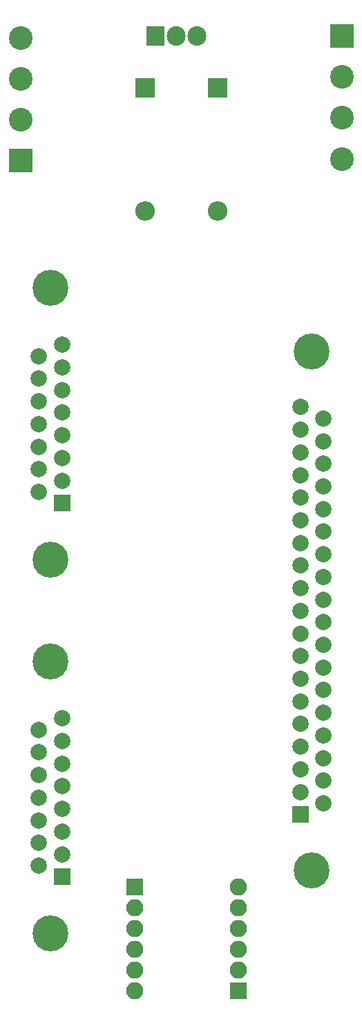
<source format=gbs>
G04 #@! TF.GenerationSoftware,KiCad,Pcbnew,(6.0.0-rc1-dev-392-gd9d005190)*
G04 #@! TF.CreationDate,2018-09-18T13:24:25-04:00*
G04 #@! TF.ProjectId,labjack_breakout,6C61626A61636B5F627265616B6F7574,rev?*
G04 #@! TF.SameCoordinates,Original*
G04 #@! TF.FileFunction,Soldermask,Bot*
G04 #@! TF.FilePolarity,Negative*
%FSLAX46Y46*%
G04 Gerber Fmt 4.6, Leading zero omitted, Abs format (unit mm)*
G04 Created by KiCad (PCBNEW (6.0.0-rc1-dev-392-gd9d005190)) date 09/18/18 13:24:25*
%MOMM*%
%LPD*%
G01*
G04 APERTURE LIST*
%ADD10R,2.400000X2.400000*%
%ADD11O,2.400000X2.400000*%
%ADD12R,2.900000X2.900000*%
%ADD13C,2.900000*%
%ADD14R,2.100000X2.100000*%
%ADD15O,2.100000X2.100000*%
%ADD16R,2.305000X2.400000*%
%ADD17O,2.305000X2.400000*%
%ADD18R,2.000000X2.000000*%
%ADD19C,2.000000*%
%ADD20C,4.400000*%
G04 APERTURE END LIST*
D10*
G04 #@! TO.C,C1*
X116840000Y-48260000D03*
D11*
X116840000Y-63260000D03*
G04 #@! TD*
G04 #@! TO.C,C2*
X107950000Y-63260000D03*
D10*
X107950000Y-48260000D03*
G04 #@! TD*
D12*
G04 #@! TO.C,J2*
X132080000Y-41910000D03*
D13*
X132080000Y-46910000D03*
X132080000Y-51910000D03*
X132080000Y-56910000D03*
G04 #@! TD*
G04 #@! TO.C,J5*
X92710000Y-42150000D03*
X92710000Y-47150000D03*
X92710000Y-52150000D03*
D12*
X92710000Y-57150000D03*
G04 #@! TD*
D14*
G04 #@! TO.C,J6*
X119380000Y-158750000D03*
D15*
X119380000Y-156210000D03*
X119380000Y-153670000D03*
X119380000Y-151130000D03*
X119380000Y-148590000D03*
X119380000Y-146050000D03*
G04 #@! TD*
G04 #@! TO.C,J7*
X106680000Y-158750000D03*
X106680000Y-156210000D03*
X106680000Y-153670000D03*
X106680000Y-151130000D03*
X106680000Y-148590000D03*
D14*
X106680000Y-146050000D03*
G04 #@! TD*
D16*
G04 #@! TO.C,U1*
X109220000Y-41910000D03*
D17*
X111760000Y-41910000D03*
X114300000Y-41910000D03*
G04 #@! TD*
D18*
G04 #@! TO.C,J1*
X127000000Y-137160000D03*
D19*
X127000000Y-134390000D03*
X127000000Y-131620000D03*
X127000000Y-128850000D03*
X127000000Y-126080000D03*
X127000000Y-123310000D03*
X127000000Y-120540000D03*
X127000000Y-117770000D03*
X127000000Y-115000000D03*
X127000000Y-112230000D03*
X127000000Y-109460000D03*
X127000000Y-106690000D03*
X127000000Y-103920000D03*
X127000000Y-101150000D03*
X127000000Y-98380000D03*
X127000000Y-95610000D03*
X127000000Y-92840000D03*
X127000000Y-90070000D03*
X127000000Y-87300000D03*
X129840000Y-135775000D03*
X129840000Y-133005000D03*
X129840000Y-130235000D03*
X129840000Y-127465000D03*
X129840000Y-124695000D03*
X129840000Y-121925000D03*
X129840000Y-119155000D03*
X129840000Y-116385000D03*
X129840000Y-113615000D03*
X129840000Y-110845000D03*
X129840000Y-108075000D03*
X129840000Y-105305000D03*
X129840000Y-102535000D03*
X129840000Y-99765000D03*
X129840000Y-96995000D03*
X129840000Y-94225000D03*
X129840000Y-91455000D03*
X129840000Y-88685000D03*
D20*
X128420000Y-143980000D03*
X128420000Y-80480000D03*
G04 #@! TD*
G04 #@! TO.C,J3*
X96370000Y-106015000D03*
X96370000Y-72715000D03*
D19*
X94950000Y-81055000D03*
X94950000Y-83825000D03*
X94950000Y-86595000D03*
X94950000Y-89365000D03*
X94950000Y-92135000D03*
X94950000Y-94905000D03*
X94950000Y-97675000D03*
X97790000Y-79670000D03*
X97790000Y-82440000D03*
X97790000Y-85210000D03*
X97790000Y-87980000D03*
X97790000Y-90750000D03*
X97790000Y-93520000D03*
X97790000Y-96290000D03*
D18*
X97790000Y-99060000D03*
G04 #@! TD*
G04 #@! TO.C,J4*
X97790000Y-144780000D03*
D19*
X97790000Y-142010000D03*
X97790000Y-139240000D03*
X97790000Y-136470000D03*
X97790000Y-133700000D03*
X97790000Y-130930000D03*
X97790000Y-128160000D03*
X97790000Y-125390000D03*
X94950000Y-143395000D03*
X94950000Y-140625000D03*
X94950000Y-137855000D03*
X94950000Y-135085000D03*
X94950000Y-132315000D03*
X94950000Y-129545000D03*
X94950000Y-126775000D03*
D20*
X96370000Y-118435000D03*
X96370000Y-151735000D03*
G04 #@! TD*
M02*

</source>
